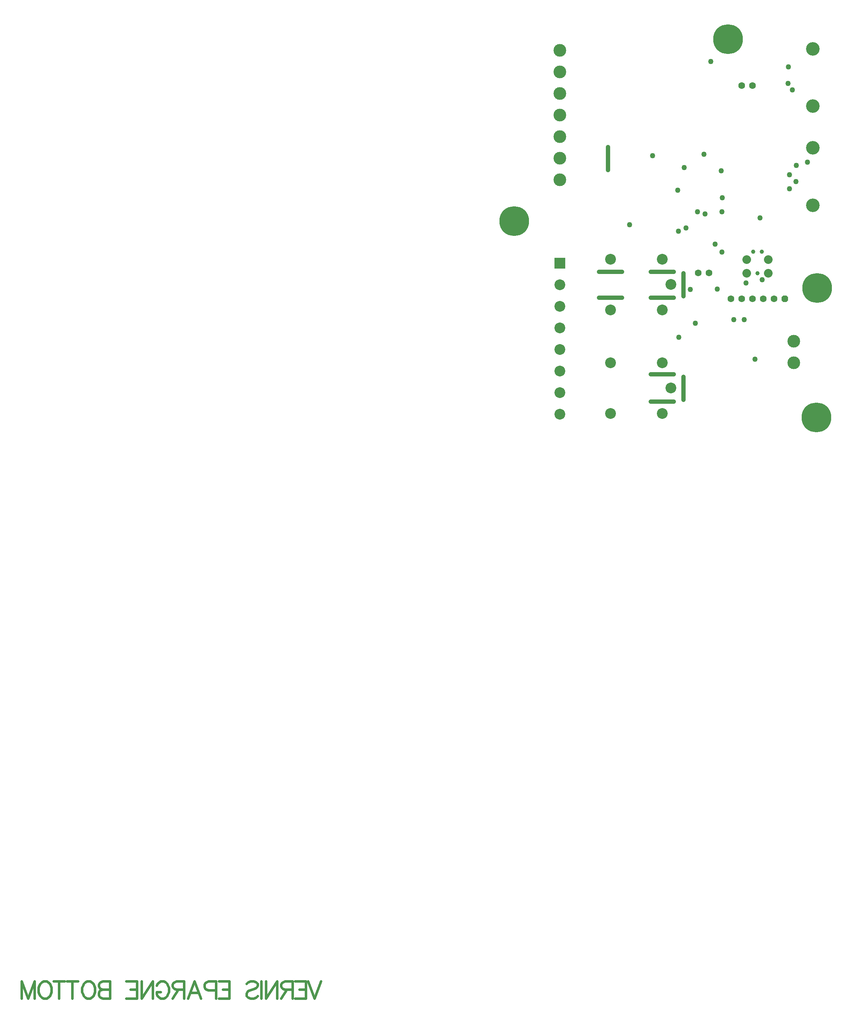
<source format=gbs>
G04*
G04 #@! TF.GenerationSoftware,Altium Limited,Altium Designer,18.1.6 (161)*
G04*
G04 Layer_Color=16711935*
%FSLAX25Y25*%
%MOIN*%
G70*
G01*
G75*
%ADD11C,0.02362*%
%ADD39O,0.04000X0.25600*%
%ADD40O,0.25600X0.04000*%
%ADD41C,0.27559*%
%ADD42C,0.12598*%
%ADD43C,0.11811*%
%ADD44C,0.08000*%
%ADD45C,0.03900*%
%ADD46C,0.10000*%
%ADD47R,0.10000X0.10000*%
%ADD48C,0.06300*%
%ADD49P,0.06819X8X202.5*%
%ADD50C,0.05000*%
D11*
X-156320Y-503954D02*
X-162318Y-519698D01*
X-168316Y-503954D02*
X-162318Y-519698D01*
X-180087Y-503954D02*
X-170341D01*
Y-519698D01*
X-180087D01*
X-170341Y-511451D02*
X-176339D01*
X-182711Y-503954D02*
Y-519698D01*
Y-503954D02*
X-189459D01*
X-191708Y-504704D01*
X-192458Y-505453D01*
X-193208Y-506953D01*
Y-508452D01*
X-192458Y-509952D01*
X-191708Y-510702D01*
X-189459Y-511451D01*
X-182711D01*
X-187960D02*
X-193208Y-519698D01*
X-196732Y-503954D02*
Y-519698D01*
Y-503954D02*
X-207228Y-519698D01*
Y-503954D02*
Y-519698D01*
X-211577Y-503954D02*
Y-519698D01*
X-225372Y-506203D02*
X-223872Y-504704D01*
X-221623Y-503954D01*
X-218624D01*
X-216375Y-504704D01*
X-214876Y-506203D01*
Y-507702D01*
X-215625Y-509202D01*
X-216375Y-509952D01*
X-217875Y-510702D01*
X-222373Y-512201D01*
X-223872Y-512951D01*
X-224622Y-513700D01*
X-225372Y-515200D01*
Y-517449D01*
X-223872Y-518949D01*
X-221623Y-519698D01*
X-218624D01*
X-216375Y-518949D01*
X-214876Y-517449D01*
X-251013Y-503954D02*
X-241267D01*
Y-519698D01*
X-251013D01*
X-241267Y-511451D02*
X-247265D01*
X-253637Y-512201D02*
X-260385D01*
X-262634Y-511451D01*
X-263384Y-510702D01*
X-264134Y-509202D01*
Y-506953D01*
X-263384Y-505453D01*
X-262634Y-504704D01*
X-260385Y-503954D01*
X-253637D01*
Y-519698D01*
X-279654D02*
X-273656Y-503954D01*
X-267658Y-519698D01*
X-269907Y-514450D02*
X-277404D01*
X-283327Y-503954D02*
Y-519698D01*
Y-503954D02*
X-290075D01*
X-292324Y-504704D01*
X-293074Y-505453D01*
X-293824Y-506953D01*
Y-508452D01*
X-293074Y-509952D01*
X-292324Y-510702D01*
X-290075Y-511451D01*
X-283327D01*
X-288576D02*
X-293824Y-519698D01*
X-308594Y-507702D02*
X-307844Y-506203D01*
X-306345Y-504704D01*
X-304845Y-503954D01*
X-301846D01*
X-300346Y-504704D01*
X-298847Y-506203D01*
X-298097Y-507702D01*
X-297347Y-509952D01*
Y-513700D01*
X-298097Y-515950D01*
X-298847Y-517449D01*
X-300346Y-518949D01*
X-301846Y-519698D01*
X-304845D01*
X-306345Y-518949D01*
X-307844Y-517449D01*
X-308594Y-515950D01*
Y-513700D01*
X-304845D02*
X-308594D01*
X-312193Y-503954D02*
Y-519698D01*
Y-503954D02*
X-322689Y-519698D01*
Y-503954D02*
Y-519698D01*
X-336784Y-503954D02*
X-327037D01*
Y-519698D01*
X-336784D01*
X-327037Y-511451D02*
X-333035D01*
X-351779Y-503954D02*
Y-519698D01*
Y-503954D02*
X-358527D01*
X-360776Y-504704D01*
X-361526Y-505453D01*
X-362276Y-506953D01*
Y-508452D01*
X-361526Y-509952D01*
X-360776Y-510702D01*
X-358527Y-511451D01*
X-351779D02*
X-358527D01*
X-360776Y-512201D01*
X-361526Y-512951D01*
X-362276Y-514450D01*
Y-516699D01*
X-361526Y-518199D01*
X-360776Y-518949D01*
X-358527Y-519698D01*
X-351779D01*
X-370298Y-503954D02*
X-368798Y-504704D01*
X-367299Y-506203D01*
X-366549Y-507702D01*
X-365799Y-509952D01*
Y-513700D01*
X-366549Y-515950D01*
X-367299Y-517449D01*
X-368798Y-518949D01*
X-370298Y-519698D01*
X-373297D01*
X-374796Y-518949D01*
X-376296Y-517449D01*
X-377045Y-515950D01*
X-377795Y-513700D01*
Y-509952D01*
X-377045Y-507702D01*
X-376296Y-506203D01*
X-374796Y-504704D01*
X-373297Y-503954D01*
X-370298D01*
X-386717D02*
Y-519698D01*
X-381469Y-503954D02*
X-391965D01*
X-399088D02*
Y-519698D01*
X-393840Y-503954D02*
X-404336D01*
X-410709D02*
X-409209Y-504704D01*
X-407710Y-506203D01*
X-406960Y-507702D01*
X-406211Y-509952D01*
Y-513700D01*
X-406960Y-515950D01*
X-407710Y-517449D01*
X-409209Y-518949D01*
X-410709Y-519698D01*
X-413708D01*
X-415207Y-518949D01*
X-416707Y-517449D01*
X-417457Y-515950D01*
X-418207Y-513700D01*
Y-509952D01*
X-417457Y-507702D01*
X-416707Y-506203D01*
X-415207Y-504704D01*
X-413708Y-503954D01*
X-410709D01*
X-421880D02*
Y-519698D01*
Y-503954D02*
X-427878Y-519698D01*
X-433876Y-503954D02*
X-427878Y-519698D01*
X-433876Y-503954D02*
Y-519698D01*
D39*
X180000Y46000D02*
D03*
Y142000D02*
D03*
X110000Y259000D02*
D03*
D40*
X160500Y33500D02*
D03*
Y59000D02*
D03*
Y154000D02*
D03*
Y130000D02*
D03*
X112500D02*
D03*
Y154000D02*
D03*
D41*
X221500Y369500D02*
D03*
X304000Y139000D02*
D03*
X23000Y201000D02*
D03*
X303500Y19000D02*
D03*
D42*
X300004Y268757D02*
D03*
Y215607D02*
D03*
X300016Y360619D02*
D03*
Y307469D02*
D03*
D43*
X65417Y319051D02*
D03*
Y339051D02*
D03*
Y359051D02*
D03*
Y299051D02*
D03*
Y279051D02*
D03*
Y259051D02*
D03*
Y239051D02*
D03*
X282500Y89500D02*
D03*
Y69500D02*
D03*
D44*
X258917Y165051D02*
D03*
X238917D02*
D03*
X258917Y152551D02*
D03*
X238917D02*
D03*
D45*
X248917D02*
D03*
X244917Y172551D02*
D03*
X252917D02*
D03*
D46*
X160543Y118429D02*
D03*
X112513D02*
D03*
X160543Y165673D02*
D03*
X112513D02*
D03*
X168417Y142051D02*
D03*
X65354Y141929D02*
D03*
Y121929D02*
D03*
Y101929D02*
D03*
Y81929D02*
D03*
Y61929D02*
D03*
Y41929D02*
D03*
Y21929D02*
D03*
X160543Y22429D02*
D03*
X112513D02*
D03*
X160543Y69673D02*
D03*
X112513D02*
D03*
X168417Y46051D02*
D03*
D47*
X65354Y161929D02*
D03*
D48*
X254000Y129000D02*
D03*
X264000D02*
D03*
X244000D02*
D03*
X234000D02*
D03*
X224000D02*
D03*
X193936Y153000D02*
D03*
X203936D02*
D03*
X244000Y326500D02*
D03*
X234000D02*
D03*
D49*
X274000Y129000D02*
D03*
D50*
X253000Y146500D02*
D03*
X277000Y328500D02*
D03*
X199000Y263000D02*
D03*
X182500Y194500D02*
D03*
X251000Y204000D02*
D03*
X278500Y231000D02*
D03*
X281000Y322500D02*
D03*
X215934Y172034D02*
D03*
X209500Y179500D02*
D03*
X284500Y237522D02*
D03*
X151500Y261500D02*
D03*
X130000Y197500D02*
D03*
X186500Y137500D02*
D03*
X200000Y207500D02*
D03*
X238127Y143506D02*
D03*
X215173Y247530D02*
D03*
X192992Y209551D02*
D03*
X211500Y138000D02*
D03*
X174936Y229479D02*
D03*
X175500Y191500D02*
D03*
X180854Y250479D02*
D03*
X175949Y93051D02*
D03*
X246500Y72940D02*
D03*
X236583Y109488D02*
D03*
X191278Y106335D02*
D03*
X226917Y109500D02*
D03*
X295000Y255500D02*
D03*
X215917Y209551D02*
D03*
X216000Y222500D02*
D03*
X284681Y252500D02*
D03*
X278500Y244000D02*
D03*
X277500Y344000D02*
D03*
X205500Y349000D02*
D03*
M02*

</source>
